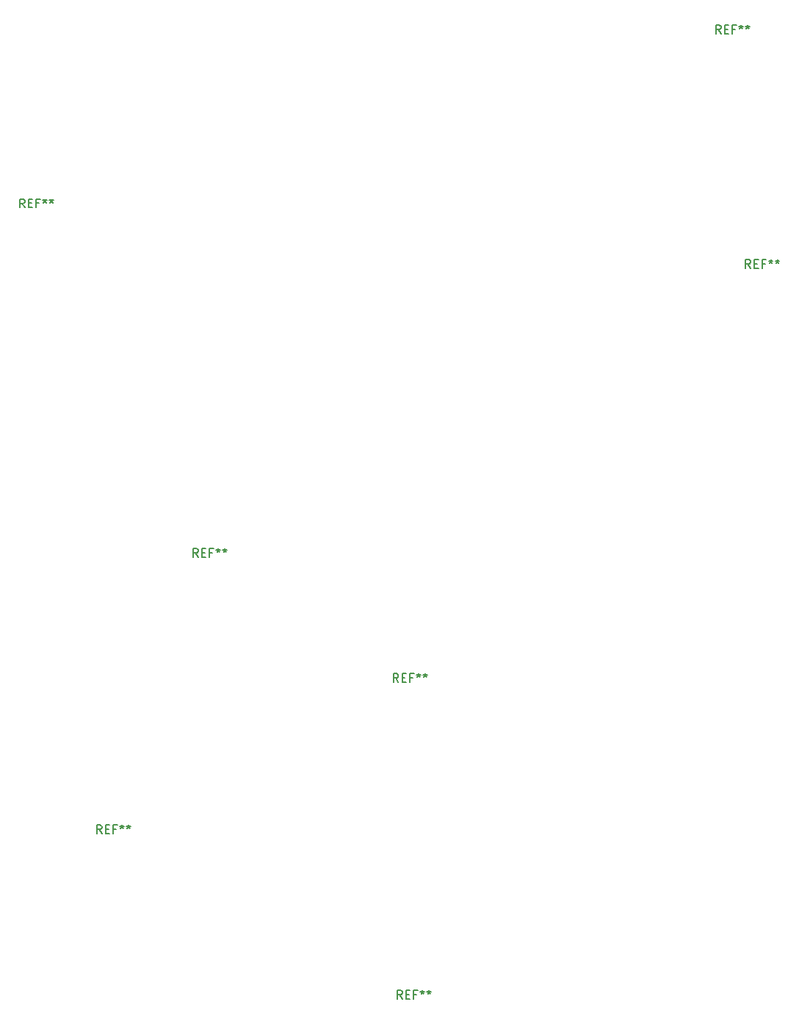
<source format=gbr>
%TF.GenerationSoftware,KiCad,Pcbnew,(6.0.7-1)-1*%
%TF.CreationDate,2022-09-15T10:51:20-04:00*%
%TF.ProjectId,skyline_pcb_exp_bottom_plate,736b796c-696e-4655-9f70-63625f657870,v1.0.0*%
%TF.SameCoordinates,Original*%
%TF.FileFunction,Legend,Top*%
%TF.FilePolarity,Positive*%
%FSLAX46Y46*%
G04 Gerber Fmt 4.6, Leading zero omitted, Abs format (unit mm)*
G04 Created by KiCad (PCBNEW (6.0.7-1)-1) date 2022-09-15 10:51:20*
%MOMM*%
%LPD*%
G01*
G04 APERTURE LIST*
%ADD10C,0.150000*%
G04 APERTURE END LIST*
D10*
%TO.C,REF\u002A\u002A*%
X122681888Y-230309743D02*
X122348555Y-229833553D01*
X122110460Y-230309743D02*
X122110460Y-229309743D01*
X122491412Y-229309743D01*
X122586650Y-229357363D01*
X122634269Y-229404982D01*
X122681888Y-229500220D01*
X122681888Y-229643077D01*
X122634269Y-229738315D01*
X122586650Y-229785934D01*
X122491412Y-229833553D01*
X122110460Y-229833553D01*
X123110460Y-229785934D02*
X123443793Y-229785934D01*
X123586650Y-230309743D02*
X123110460Y-230309743D01*
X123110460Y-229309743D01*
X123586650Y-229309743D01*
X124348555Y-229785934D02*
X124015222Y-229785934D01*
X124015222Y-230309743D02*
X124015222Y-229309743D01*
X124491412Y-229309743D01*
X125015222Y-229309743D02*
X125015222Y-229547839D01*
X124777126Y-229452601D02*
X125015222Y-229547839D01*
X125253317Y-229452601D01*
X124872364Y-229738315D02*
X125015222Y-229547839D01*
X125158079Y-229738315D01*
X125777126Y-229309743D02*
X125777126Y-229547839D01*
X125539031Y-229452601D02*
X125777126Y-229547839D01*
X126015222Y-229452601D01*
X125634269Y-229738315D02*
X125777126Y-229547839D01*
X125919983Y-229738315D01*
X157330339Y-249347354D02*
X156997006Y-248871164D01*
X156758911Y-249347354D02*
X156758911Y-248347354D01*
X157139863Y-248347354D01*
X157235101Y-248394974D01*
X157282720Y-248442593D01*
X157330339Y-248537831D01*
X157330339Y-248680688D01*
X157282720Y-248775926D01*
X157235101Y-248823545D01*
X157139863Y-248871164D01*
X156758911Y-248871164D01*
X157758911Y-248823545D02*
X158092244Y-248823545D01*
X158235101Y-249347354D02*
X157758911Y-249347354D01*
X157758911Y-248347354D01*
X158235101Y-248347354D01*
X158997006Y-248823545D02*
X158663673Y-248823545D01*
X158663673Y-249347354D02*
X158663673Y-248347354D01*
X159139863Y-248347354D01*
X159663673Y-248347354D02*
X159663673Y-248585450D01*
X159425577Y-248490212D02*
X159663673Y-248585450D01*
X159901768Y-248490212D01*
X159520815Y-248775926D02*
X159663673Y-248585450D01*
X159806530Y-248775926D01*
X160425577Y-248347354D02*
X160425577Y-248585450D01*
X160187482Y-248490212D02*
X160425577Y-248585450D01*
X160663673Y-248490212D01*
X160282720Y-248775926D02*
X160425577Y-248585450D01*
X160568434Y-248775926D01*
X113795790Y-158208057D02*
X113462457Y-157731867D01*
X113224362Y-158208057D02*
X113224362Y-157208057D01*
X113605314Y-157208057D01*
X113700552Y-157255677D01*
X113748171Y-157303296D01*
X113795790Y-157398534D01*
X113795790Y-157541391D01*
X113748171Y-157636629D01*
X113700552Y-157684248D01*
X113605314Y-157731867D01*
X113224362Y-157731867D01*
X114224362Y-157684248D02*
X114557695Y-157684248D01*
X114700552Y-158208057D02*
X114224362Y-158208057D01*
X114224362Y-157208057D01*
X114700552Y-157208057D01*
X115462457Y-157684248D02*
X115129124Y-157684248D01*
X115129124Y-158208057D02*
X115129124Y-157208057D01*
X115605314Y-157208057D01*
X116129124Y-157208057D02*
X116129124Y-157446153D01*
X115891028Y-157350915D02*
X116129124Y-157446153D01*
X116367219Y-157350915D01*
X115986266Y-157636629D02*
X116129124Y-157446153D01*
X116271981Y-157636629D01*
X116891028Y-157208057D02*
X116891028Y-157446153D01*
X116652933Y-157350915D02*
X116891028Y-157446153D01*
X117129124Y-157350915D01*
X116748171Y-157636629D02*
X116891028Y-157446153D01*
X117033885Y-157636629D01*
X197485790Y-165168057D02*
X197152457Y-164691867D01*
X196914362Y-165168057D02*
X196914362Y-164168057D01*
X197295314Y-164168057D01*
X197390552Y-164215677D01*
X197438171Y-164263296D01*
X197485790Y-164358534D01*
X197485790Y-164501391D01*
X197438171Y-164596629D01*
X197390552Y-164644248D01*
X197295314Y-164691867D01*
X196914362Y-164691867D01*
X197914362Y-164644248D02*
X198247695Y-164644248D01*
X198390552Y-165168057D02*
X197914362Y-165168057D01*
X197914362Y-164168057D01*
X198390552Y-164168057D01*
X199152457Y-164644248D02*
X198819124Y-164644248D01*
X198819124Y-165168057D02*
X198819124Y-164168057D01*
X199295314Y-164168057D01*
X199819124Y-164168057D02*
X199819124Y-164406153D01*
X199581028Y-164310915D02*
X199819124Y-164406153D01*
X200057219Y-164310915D01*
X199676266Y-164596629D02*
X199819124Y-164406153D01*
X199961981Y-164596629D01*
X200581028Y-164168057D02*
X200581028Y-164406153D01*
X200342933Y-164310915D02*
X200581028Y-164406153D01*
X200819124Y-164310915D01*
X200438171Y-164596629D02*
X200581028Y-164406153D01*
X200723885Y-164596629D01*
X156885790Y-212868057D02*
X156552457Y-212391867D01*
X156314362Y-212868057D02*
X156314362Y-211868057D01*
X156695314Y-211868057D01*
X156790552Y-211915677D01*
X156838171Y-211963296D01*
X156885790Y-212058534D01*
X156885790Y-212201391D01*
X156838171Y-212296629D01*
X156790552Y-212344248D01*
X156695314Y-212391867D01*
X156314362Y-212391867D01*
X157314362Y-212344248D02*
X157647695Y-212344248D01*
X157790552Y-212868057D02*
X157314362Y-212868057D01*
X157314362Y-211868057D01*
X157790552Y-211868057D01*
X158552457Y-212344248D02*
X158219124Y-212344248D01*
X158219124Y-212868057D02*
X158219124Y-211868057D01*
X158695314Y-211868057D01*
X159219124Y-211868057D02*
X159219124Y-212106153D01*
X158981028Y-212010915D02*
X159219124Y-212106153D01*
X159457219Y-212010915D01*
X159076266Y-212296629D02*
X159219124Y-212106153D01*
X159361981Y-212296629D01*
X159981028Y-211868057D02*
X159981028Y-212106153D01*
X159742933Y-212010915D02*
X159981028Y-212106153D01*
X160219124Y-212010915D01*
X159838171Y-212296629D02*
X159981028Y-212106153D01*
X160123885Y-212296629D01*
X194060506Y-138184369D02*
X193727173Y-137708179D01*
X193489078Y-138184369D02*
X193489078Y-137184369D01*
X193870030Y-137184369D01*
X193965268Y-137231989D01*
X194012887Y-137279608D01*
X194060506Y-137374846D01*
X194060506Y-137517703D01*
X194012887Y-137612941D01*
X193965268Y-137660560D01*
X193870030Y-137708179D01*
X193489078Y-137708179D01*
X194489078Y-137660560D02*
X194822411Y-137660560D01*
X194965268Y-138184369D02*
X194489078Y-138184369D01*
X194489078Y-137184369D01*
X194965268Y-137184369D01*
X195727173Y-137660560D02*
X195393840Y-137660560D01*
X195393840Y-138184369D02*
X195393840Y-137184369D01*
X195870030Y-137184369D01*
X196393840Y-137184369D02*
X196393840Y-137422465D01*
X196155744Y-137327227D02*
X196393840Y-137422465D01*
X196631935Y-137327227D01*
X196250982Y-137612941D02*
X196393840Y-137422465D01*
X196536697Y-137612941D01*
X197155744Y-137184369D02*
X197155744Y-137422465D01*
X196917649Y-137327227D02*
X197155744Y-137422465D01*
X197393840Y-137327227D01*
X197012887Y-137612941D02*
X197155744Y-137422465D01*
X197298601Y-137612941D01*
X133785790Y-198468057D02*
X133452457Y-197991867D01*
X133214362Y-198468057D02*
X133214362Y-197468057D01*
X133595314Y-197468057D01*
X133690552Y-197515677D01*
X133738171Y-197563296D01*
X133785790Y-197658534D01*
X133785790Y-197801391D01*
X133738171Y-197896629D01*
X133690552Y-197944248D01*
X133595314Y-197991867D01*
X133214362Y-197991867D01*
X134214362Y-197944248D02*
X134547695Y-197944248D01*
X134690552Y-198468057D02*
X134214362Y-198468057D01*
X134214362Y-197468057D01*
X134690552Y-197468057D01*
X135452457Y-197944248D02*
X135119124Y-197944248D01*
X135119124Y-198468057D02*
X135119124Y-197468057D01*
X135595314Y-197468057D01*
X136119124Y-197468057D02*
X136119124Y-197706153D01*
X135881028Y-197610915D02*
X136119124Y-197706153D01*
X136357219Y-197610915D01*
X135976266Y-197896629D02*
X136119124Y-197706153D01*
X136261981Y-197896629D01*
X136881028Y-197468057D02*
X136881028Y-197706153D01*
X136642933Y-197610915D02*
X136881028Y-197706153D01*
X137119124Y-197610915D01*
X136738171Y-197896629D02*
X136881028Y-197706153D01*
X137023885Y-197896629D01*
%TD*%
M02*

</source>
